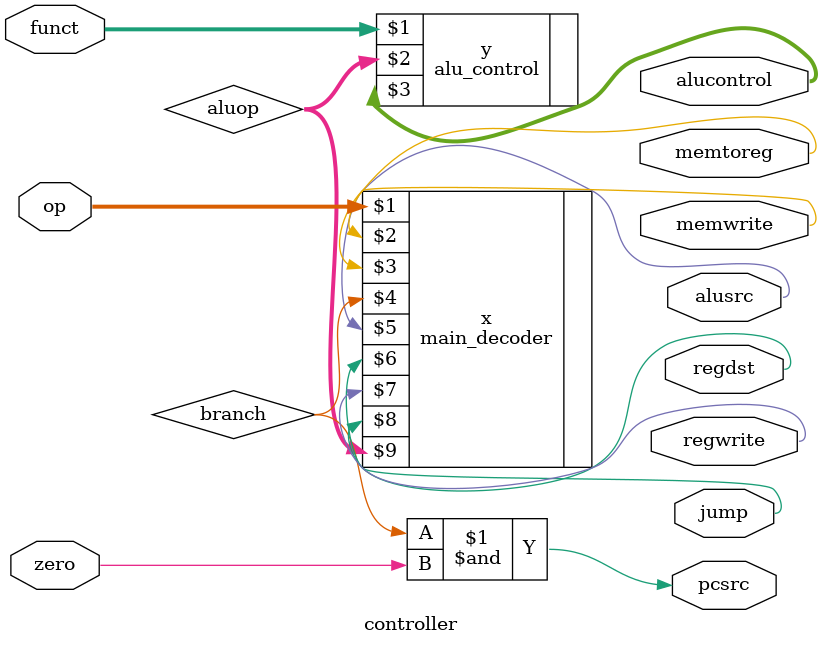
<source format=v>
`timescale 1ns / 1ps


module controller(op,funct,zero,memtoreg,memwrite,alusrc,regdst,regwrite,jump,pcsrc,alucontrol);
	input wire[5:0] op,funct;
	input wire zero;
	output wire memtoreg,memwrite,alusrc,regdst,regwrite,jump;
	output pcsrc;
	output wire[2:0] alucontrol;
	wire[1:0] aluop;
	wire branch;
    assign pcsrc = branch & zero;
	main_decoder x(op,memtoreg,memwrite,branch,alusrc,regdst,regwrite,jump,aluop);
	alu_control y(funct,aluop,alucontrol);
    
endmodule
</source>
